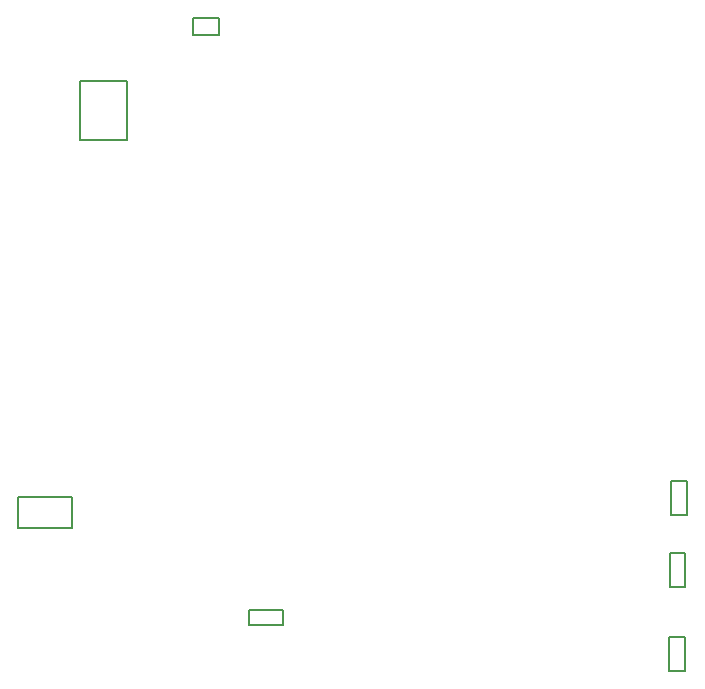
<source format=gbr>
%TF.GenerationSoftware,Altium Limited,Altium Designer,24.7.2 (38)*%
G04 Layer_Color=32768*
%FSLAX45Y45*%
%MOMM*%
%TF.SameCoordinates,313A2AA4-CFAA-4B56-AAC7-ADE98D6BBF51*%
%TF.FilePolarity,Positive*%
%TF.FileFunction,Other,Bottom_3D_Body*%
%TF.Part,Single*%
G01*
G75*
%TA.AperFunction,NonConductor*%
%ADD62C,0.20000*%
D62*
X1152500Y2320403D02*
X1612500D01*
X1152500Y2060403D02*
Y2320403D01*
Y2060403D02*
X1612500D01*
Y2320403D01*
X6672499Y1849083D02*
X6802500D01*
X6672499Y1559083D02*
Y1849083D01*
Y1559083D02*
X6802500D01*
Y1849083D01*
X6667500Y1133291D02*
X6797500D01*
X6667500Y843291D02*
Y1133291D01*
Y843291D02*
X6797500D01*
Y1133291D01*
X6685000Y2457500D02*
X6815000D01*
X6685000Y2167500D02*
Y2457500D01*
Y2167500D02*
X6815000D01*
Y2457500D01*
X3105000Y1235000D02*
Y1365000D01*
Y1235000D02*
X3395000D01*
Y1365000D01*
X3105000D02*
X3395000D01*
X1677500Y5345000D02*
X2077500D01*
Y5845000D01*
X1677500D02*
X2077500D01*
X1677500Y5345000D02*
Y5845000D01*
X2637500Y6232500D02*
X2857500D01*
Y6377500D01*
X2637500D02*
X2857500D01*
X2637500Y6232500D02*
Y6377500D01*
%TF.MD5,71044b16bb7f5da47d55c365c49ad447*%
M02*

</source>
